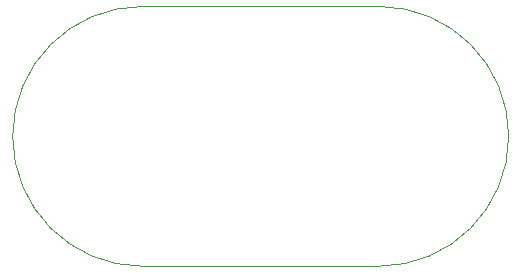
<source format=gbr>
G04 #@! TF.GenerationSoftware,KiCad,Pcbnew,9.0.3*
G04 #@! TF.CreationDate,2025-08-23T22:57:17-07:00*
G04 #@! TF.ProjectId,analog_bms,616e616c-6f67-45f6-926d-732e6b696361,rev?*
G04 #@! TF.SameCoordinates,Original*
G04 #@! TF.FileFunction,Profile,NP*
%FSLAX46Y46*%
G04 Gerber Fmt 4.6, Leading zero omitted, Abs format (unit mm)*
G04 Created by KiCad (PCBNEW 9.0.3) date 2025-08-23 22:57:17*
%MOMM*%
%LPD*%
G01*
G04 APERTURE LIST*
G04 #@! TA.AperFunction,Profile*
%ADD10C,0.038100*%
G04 #@! TD*
G04 APERTURE END LIST*
D10*
X129000000Y-125000000D02*
G75*
G02*
X129000000Y-103000000I0J11000000D01*
G01*
X129000000Y-125000000D02*
X149000000Y-125000000D01*
X149000000Y-103000000D02*
G75*
G02*
X149000000Y-125000000I0J-11000000D01*
G01*
X129000000Y-103000000D02*
X149000000Y-103000000D01*
M02*

</source>
